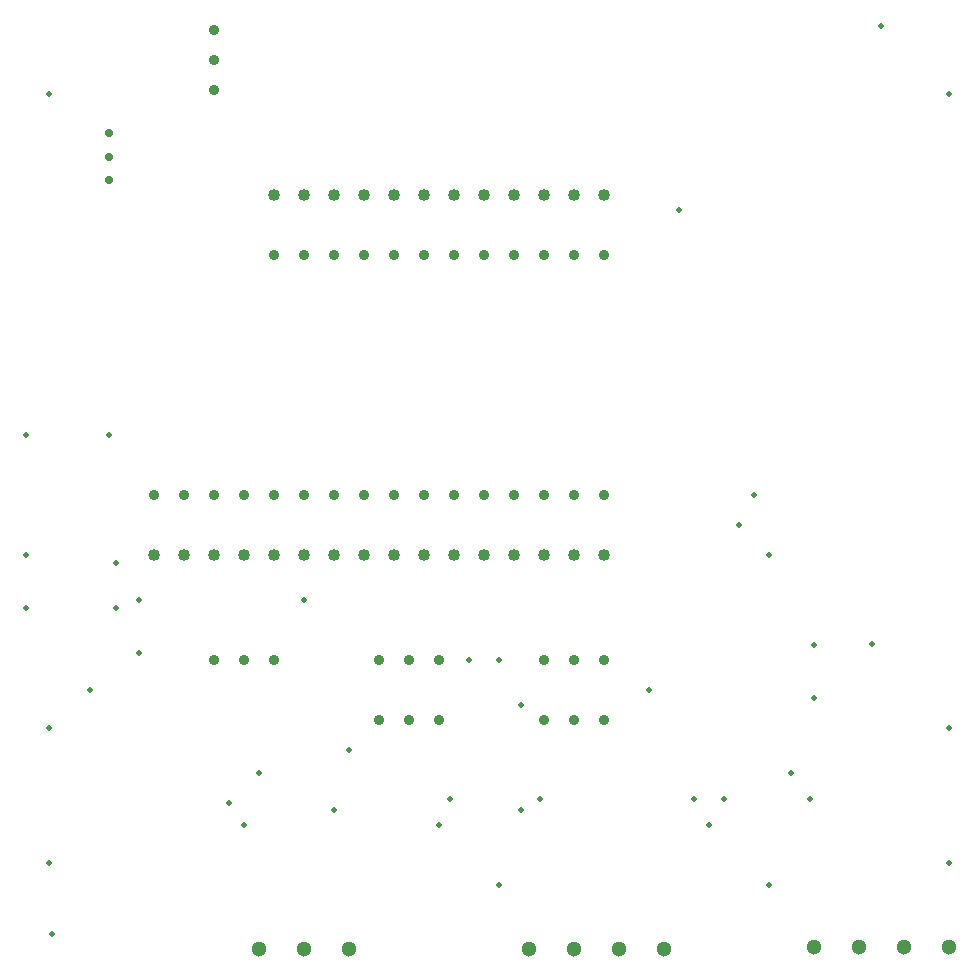
<source format=gbr>
%TF.GenerationSoftware,Novarm,DipTrace,3.3.1.3*%
%TF.CreationDate,2019-12-24T00:16:26-05:00*%
%FSLAX26Y26*%
%MOIN*%
%TF.FileFunction,Plated,1,2,PTH,Drill*%
%TF.Part,Single*%
%TA.AperFunction,ViaDrill*%
%ADD42C,0.019121*%
%TA.AperFunction,ComponentDrill*%
%ADD46C,0.035433*%
%ADD47C,0.027559*%
%ADD48C,0.051181*%
%ADD49C,0.040157*%
G75*
G01*
D46*
X1193700Y1543700D3*
X1293700D3*
X1393700D3*
D47*
X843700Y3143700D3*
Y3222440D3*
Y3301180D3*
D46*
X1193700Y3643700D3*
Y3543700D3*
Y3443700D3*
D48*
X1343700Y581200D3*
X1493700D3*
X1643700D3*
D46*
X1743700Y1543700D3*
X1843700D3*
X1943700D3*
X1743700Y1343700D3*
X1843700D3*
X1943700D3*
D48*
X2243700Y581200D3*
X2393700D3*
X2543700D3*
X2693700D3*
D46*
X2293700Y1543700D3*
X2393700D3*
X2493700D3*
X2293700Y1343700D3*
X2393700D3*
X2493700D3*
D48*
X3193700Y587451D3*
X3343700D3*
X3493700D3*
X3643700D3*
D49*
X993700Y1893700D3*
X1093700D3*
X1193700D3*
X1293700D3*
X1393700D3*
X1493700D3*
X1593700D3*
X1693700D3*
X1793700D3*
X1893700D3*
X1993700D3*
X2093700D3*
X2193700D3*
X2293700D3*
X2393700D3*
X2493700D3*
X1393700Y3093700D3*
X1493700D3*
X1593700D3*
X1693700D3*
X1793700D3*
X1893700D3*
X1993700D3*
X2093700D3*
X2193700D3*
X2293700D3*
X2393700D3*
X2493700D3*
D42*
X643700Y1318700D3*
Y868700D3*
X3643700D3*
Y1318700D3*
Y3431200D3*
X3418700Y3656200D3*
X643700Y3431200D3*
D46*
X993700Y2093700D3*
X1093700D3*
X1193700D3*
X1293700D3*
X1393700D3*
X1493700D3*
X1593700D3*
X1693700D3*
X1793700D3*
X1893700D3*
X1993700D3*
X2093700D3*
X2193700D3*
X2293700D3*
X2393700D3*
X2493700D3*
Y2893700D3*
X2393700D3*
X2293700D3*
X2193700D3*
X2093700D3*
X1993700D3*
X1893700D3*
X1793700D3*
X1693700D3*
X1593700D3*
X1493700D3*
X1393700D3*
D42*
X1593700Y1043700D3*
X1293700Y993700D3*
X1943700D3*
X2843700D3*
X2643700Y1443700D3*
X943700Y1568700D3*
X656200Y631200D3*
X3181298Y1081102D3*
X1243700Y1068700D3*
X1981298Y1081102D3*
X1643700Y1243700D3*
X1343700Y1168700D3*
X3193700Y1418700D3*
X868503Y1868503D3*
X781200Y1443700D3*
X868503Y1718700D3*
X568700D3*
X2281298Y1081102D3*
X2793798D3*
X2893798D3*
X2993700Y2093700D3*
X2943700Y1993700D3*
X3043700Y1893700D3*
X2743700Y3043700D3*
X568700Y1893700D3*
Y2293700D3*
X843700D3*
X3118700Y1168700D3*
X3043700Y793700D3*
X2218700Y1043700D3*
Y1393700D3*
X2143700Y793700D3*
X3193700Y1593700D3*
X3389369Y1598031D3*
X2043700Y1543700D3*
X943700Y1743700D3*
X1493700D3*
X2143700Y1543700D3*
M02*

</source>
